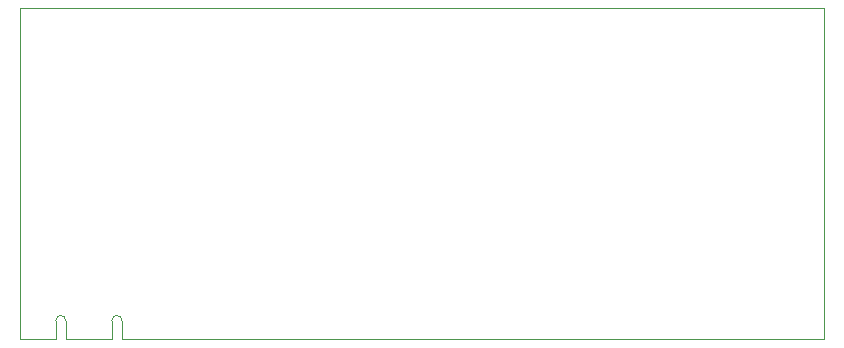
<source format=gbr>
%TF.GenerationSoftware,KiCad,Pcbnew,8.0.9*%
%TF.CreationDate,2025-03-26T10:44:28-07:00*%
%TF.ProjectId,bmbbmcp,626d6262-6d63-4702-9e6b-696361645f70,R1*%
%TF.SameCoordinates,Original*%
%TF.FileFunction,Profile,NP*%
%FSLAX46Y46*%
G04 Gerber Fmt 4.6, Leading zero omitted, Abs format (unit mm)*
G04 Created by KiCad (PCBNEW 8.0.9) date 2025-03-26 10:44:28*
%MOMM*%
%LPD*%
G01*
G04 APERTURE LIST*
%TA.AperFunction,Profile*%
%ADD10C,0.050000*%
%TD*%
%TA.AperFunction,Profile*%
%ADD11C,0.100000*%
%TD*%
G04 APERTURE END LIST*
D10*
X128545000Y-108000000D02*
X187000000Y-108000000D01*
X119000000Y-80000000D02*
X119000000Y-108000000D01*
X187000000Y-80000000D02*
X119000000Y-80000000D01*
X121045000Y-108000000D02*
X119000000Y-108000000D01*
X187000000Y-108000000D02*
X187000000Y-80000000D01*
D11*
%TO.C,J1*%
X121045000Y-108000000D02*
X121995000Y-108000000D01*
X121995000Y-106425000D02*
X121995000Y-108000000D01*
X122845000Y-106425000D02*
X122845000Y-108000000D01*
X122845000Y-108000000D02*
X126745000Y-108000000D01*
X126745000Y-106425000D02*
X126745000Y-108000000D01*
X127595000Y-106425000D02*
X127595000Y-108000000D01*
X127595000Y-108000000D02*
X128545000Y-108000000D01*
X121995000Y-106425000D02*
G75*
G02*
X122845000Y-106425000I425000J0D01*
G01*
X126745000Y-106425000D02*
G75*
G02*
X127595000Y-106425000I425000J0D01*
G01*
%TD*%
M02*

</source>
